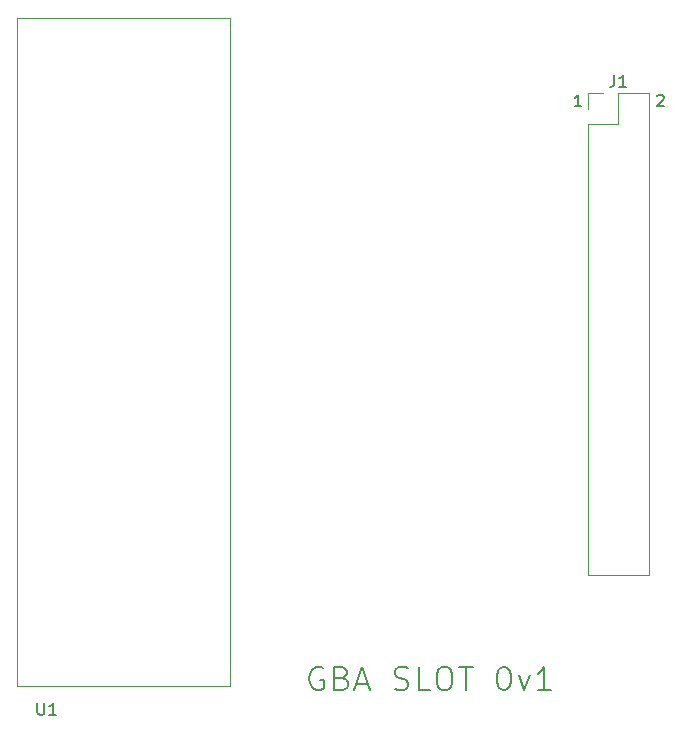
<source format=gbr>
%TF.GenerationSoftware,KiCad,Pcbnew,(5.1.10)-1*%
%TF.CreationDate,2021-11-02T23:54:37+01:00*%
%TF.ProjectId,Board0,426f6172-6430-42e6-9b69-6361645f7063,rev?*%
%TF.SameCoordinates,Original*%
%TF.FileFunction,Legend,Top*%
%TF.FilePolarity,Positive*%
%FSLAX46Y46*%
G04 Gerber Fmt 4.6, Leading zero omitted, Abs format (unit mm)*
G04 Created by KiCad (PCBNEW (5.1.10)-1) date 2021-11-02 23:54:37*
%MOMM*%
%LPD*%
G01*
G04 APERTURE LIST*
%ADD10C,0.150000*%
%ADD11C,0.120000*%
G04 APERTURE END LIST*
D10*
X135214285Y-101547619D02*
X135261904Y-101500000D01*
X135357142Y-101452380D01*
X135595238Y-101452380D01*
X135690476Y-101500000D01*
X135738095Y-101547619D01*
X135785714Y-101642857D01*
X135785714Y-101738095D01*
X135738095Y-101880952D01*
X135166666Y-102452380D01*
X135785714Y-102452380D01*
X128785714Y-102452380D02*
X128214285Y-102452380D01*
X128500000Y-102452380D02*
X128500000Y-101452380D01*
X128404761Y-101595238D01*
X128309523Y-101690476D01*
X128214285Y-101738095D01*
X106904761Y-150000000D02*
X106714285Y-149904761D01*
X106428571Y-149904761D01*
X106142857Y-150000000D01*
X105952380Y-150190476D01*
X105857142Y-150380952D01*
X105761904Y-150761904D01*
X105761904Y-151047619D01*
X105857142Y-151428571D01*
X105952380Y-151619047D01*
X106142857Y-151809523D01*
X106428571Y-151904761D01*
X106619047Y-151904761D01*
X106904761Y-151809523D01*
X107000000Y-151714285D01*
X107000000Y-151047619D01*
X106619047Y-151047619D01*
X108523809Y-150857142D02*
X108809523Y-150952380D01*
X108904761Y-151047619D01*
X109000000Y-151238095D01*
X109000000Y-151523809D01*
X108904761Y-151714285D01*
X108809523Y-151809523D01*
X108619047Y-151904761D01*
X107857142Y-151904761D01*
X107857142Y-149904761D01*
X108523809Y-149904761D01*
X108714285Y-150000000D01*
X108809523Y-150095238D01*
X108904761Y-150285714D01*
X108904761Y-150476190D01*
X108809523Y-150666666D01*
X108714285Y-150761904D01*
X108523809Y-150857142D01*
X107857142Y-150857142D01*
X109761904Y-151333333D02*
X110714285Y-151333333D01*
X109571428Y-151904761D02*
X110238095Y-149904761D01*
X110904761Y-151904761D01*
X113000000Y-151809523D02*
X113285714Y-151904761D01*
X113761904Y-151904761D01*
X113952380Y-151809523D01*
X114047619Y-151714285D01*
X114142857Y-151523809D01*
X114142857Y-151333333D01*
X114047619Y-151142857D01*
X113952380Y-151047619D01*
X113761904Y-150952380D01*
X113380952Y-150857142D01*
X113190476Y-150761904D01*
X113095238Y-150666666D01*
X113000000Y-150476190D01*
X113000000Y-150285714D01*
X113095238Y-150095238D01*
X113190476Y-150000000D01*
X113380952Y-149904761D01*
X113857142Y-149904761D01*
X114142857Y-150000000D01*
X115952380Y-151904761D02*
X115000000Y-151904761D01*
X115000000Y-149904761D01*
X117000000Y-149904761D02*
X117380952Y-149904761D01*
X117571428Y-150000000D01*
X117761904Y-150190476D01*
X117857142Y-150571428D01*
X117857142Y-151238095D01*
X117761904Y-151619047D01*
X117571428Y-151809523D01*
X117380952Y-151904761D01*
X117000000Y-151904761D01*
X116809523Y-151809523D01*
X116619047Y-151619047D01*
X116523809Y-151238095D01*
X116523809Y-150571428D01*
X116619047Y-150190476D01*
X116809523Y-150000000D01*
X117000000Y-149904761D01*
X118428571Y-149904761D02*
X119571428Y-149904761D01*
X119000000Y-151904761D02*
X119000000Y-149904761D01*
X122142857Y-149904761D02*
X122333333Y-149904761D01*
X122523809Y-150000000D01*
X122619047Y-150095238D01*
X122714285Y-150285714D01*
X122809523Y-150666666D01*
X122809523Y-151142857D01*
X122714285Y-151523809D01*
X122619047Y-151714285D01*
X122523809Y-151809523D01*
X122333333Y-151904761D01*
X122142857Y-151904761D01*
X121952380Y-151809523D01*
X121857142Y-151714285D01*
X121761904Y-151523809D01*
X121666666Y-151142857D01*
X121666666Y-150666666D01*
X121761904Y-150285714D01*
X121857142Y-150095238D01*
X121952380Y-150000000D01*
X122142857Y-149904761D01*
X123476190Y-150571428D02*
X123952380Y-151904761D01*
X124428571Y-150571428D01*
X126238095Y-151904761D02*
X125095238Y-151904761D01*
X125666666Y-151904761D02*
X125666666Y-149904761D01*
X125476190Y-150190476D01*
X125285714Y-150380952D01*
X125095238Y-150476190D01*
D11*
%TO.C,J1*%
X129310000Y-101350000D02*
X130640000Y-101350000D01*
X129310000Y-102680000D02*
X129310000Y-101350000D01*
X131910000Y-101350000D02*
X134510000Y-101350000D01*
X131910000Y-103950000D02*
X131910000Y-101350000D01*
X129310000Y-103950000D02*
X131910000Y-103950000D01*
X134510000Y-101350000D02*
X134510000Y-142110000D01*
X129310000Y-103950000D02*
X129310000Y-142110000D01*
X129310000Y-142110000D02*
X134510000Y-142110000D01*
%TO.C,U1*%
X81000000Y-106500000D02*
X81000000Y-104000000D01*
X99000000Y-151500000D02*
X99000000Y-100000000D01*
X81000000Y-151500000D02*
X99000000Y-151500000D01*
X81000000Y-146500000D02*
X81000000Y-151500000D01*
X81000000Y-95000000D02*
X81000000Y-146500000D01*
X99000000Y-95000000D02*
X81000000Y-95000000D01*
X99000000Y-95000000D02*
X99000000Y-100000000D01*
%TO.C,J1*%
D10*
X131576666Y-99802380D02*
X131576666Y-100516666D01*
X131529047Y-100659523D01*
X131433809Y-100754761D01*
X131290952Y-100802380D01*
X131195714Y-100802380D01*
X132576666Y-100802380D02*
X132005238Y-100802380D01*
X132290952Y-100802380D02*
X132290952Y-99802380D01*
X132195714Y-99945238D01*
X132100476Y-100040476D01*
X132005238Y-100088095D01*
%TO.C,U1*%
X82738095Y-152952380D02*
X82738095Y-153761904D01*
X82785714Y-153857142D01*
X82833333Y-153904761D01*
X82928571Y-153952380D01*
X83119047Y-153952380D01*
X83214285Y-153904761D01*
X83261904Y-153857142D01*
X83309523Y-153761904D01*
X83309523Y-152952380D01*
X84309523Y-153952380D02*
X83738095Y-153952380D01*
X84023809Y-153952380D02*
X84023809Y-152952380D01*
X83928571Y-153095238D01*
X83833333Y-153190476D01*
X83738095Y-153238095D01*
%TD*%
M02*

</source>
